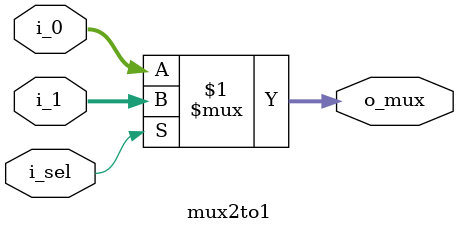
<source format=sv>
module mux2to1 (
   // Inputs:
   input logic [31:0] i_0,
   input logic [31:0] i_1,
   input logic i_sel,
   // Output:
   output logic [31:0] o_mux
);

   assign o_mux = i_sel ? i_1 : i_0;

endmodule
</source>
